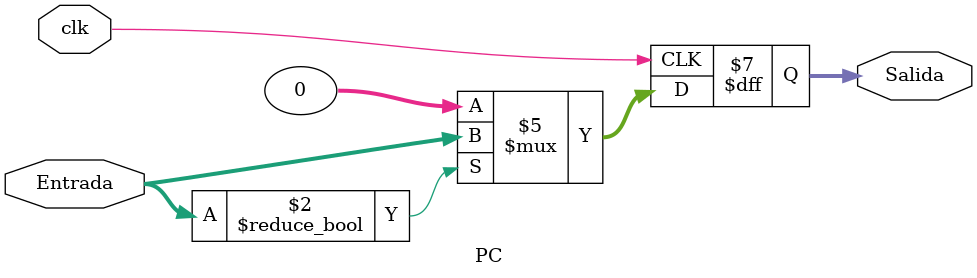
<source format=v>
`timescale 1ns/1ns

module PC(
	input clk,
	input [31:0]Entrada,
	output reg [31:0]Salida


);

initial Salida = 32'b0;      
always @ ( posedge clk ) begin         
	if ( Entrada )
		Salida = Entrada;    
	else Salida = 32'b0;     
end
/*
initial begin
	Salida = 32'h00000000;
end

always@(posedge clk)
begin
	Salida = Entrada;
end
*/
endmodule

</source>
